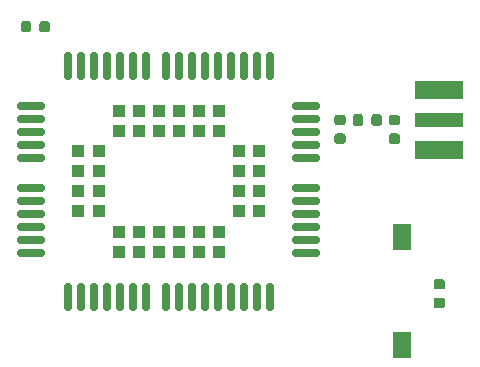
<source format=gbr>
G04 #@! TF.GenerationSoftware,KiCad,Pcbnew,5.99.0-unknown-df3fabf~86~ubuntu18.04.1*
G04 #@! TF.CreationDate,2019-10-25T19:04:55-04:00*
G04 #@! TF.ProjectId,bc95_bc35_module_board,62633935-5f62-4633-9335-5f6d6f64756c,rev?*
G04 #@! TF.SameCoordinates,Original*
G04 #@! TF.FileFunction,Paste,Top*
G04 #@! TF.FilePolarity,Positive*
%FSLAX46Y46*%
G04 Gerber Fmt 4.6, Leading zero omitted, Abs format (unit mm)*
G04 Created by KiCad (PCBNEW 5.99.0-unknown-df3fabf~86~ubuntu18.04.1) date 2019-10-25 19:04:55*
%MOMM*%
%LPD*%
G04 APERTURE LIST*
%ADD10R,1.000000X1.000000*%
%ADD11O,0.750000X2.400000*%
%ADD12O,2.400000X0.750000*%
%ADD13R,1.600000X2.180000*%
%ADD14R,4.064000X1.524000*%
%ADD15R,4.064000X1.270000*%
G04 APERTURE END LIST*
D10*
X137350000Y-102550000D03*
X137350000Y-100850000D03*
X137350000Y-99150000D03*
X139050000Y-102550000D03*
X139050000Y-100850000D03*
X139050000Y-99150000D03*
X150950000Y-102550000D03*
X150950000Y-100850000D03*
X150950000Y-99150000D03*
X152650000Y-102550000D03*
X152650000Y-100850000D03*
X152650000Y-99150000D03*
X140750000Y-105950000D03*
X142450000Y-105950000D03*
X144150000Y-105950000D03*
X145850000Y-105950000D03*
X147550000Y-105950000D03*
X140750000Y-104250000D03*
X142450000Y-104250000D03*
X144150000Y-104250000D03*
X145850000Y-104250000D03*
X147550000Y-104250000D03*
X140750000Y-95750000D03*
X142450000Y-95750000D03*
X144150000Y-95750000D03*
X145850000Y-95750000D03*
X147550000Y-95750000D03*
X140750000Y-94050000D03*
X142450000Y-94050000D03*
X144150000Y-94050000D03*
X145850000Y-94050000D03*
X147550000Y-94050000D03*
X139050000Y-97450000D03*
X137350000Y-97450000D03*
X149250000Y-104250000D03*
X149250000Y-105950000D03*
X152650000Y-97450000D03*
X150950000Y-97450000D03*
X149250000Y-94050000D03*
X149250000Y-95750000D03*
D11*
X153600000Y-109800000D03*
X152500000Y-109800000D03*
X151400000Y-109800000D03*
X150300000Y-109800000D03*
X149200000Y-109800000D03*
X148100000Y-109800000D03*
X147000000Y-109800000D03*
X145900000Y-109800000D03*
X143100000Y-109800000D03*
X142000000Y-109800000D03*
X140900000Y-109800000D03*
X139800000Y-109800000D03*
X138700000Y-109800000D03*
X137600000Y-109800000D03*
D12*
X133350000Y-100550000D03*
X133350000Y-101650000D03*
X133350000Y-102750000D03*
X133350000Y-103850000D03*
X133350000Y-104950000D03*
X156650000Y-98050000D03*
X156650000Y-96950000D03*
X156650000Y-95850000D03*
X156650000Y-94750000D03*
X156650000Y-100550000D03*
X156650000Y-101650000D03*
X156650000Y-102750000D03*
X156650000Y-103850000D03*
X156650000Y-104950000D03*
X133350000Y-98050000D03*
X133350000Y-96950000D03*
X133350000Y-95850000D03*
X133350000Y-94750000D03*
X133350000Y-106050000D03*
X156650000Y-106050000D03*
X156650000Y-93650000D03*
X133350000Y-93650000D03*
D11*
X136500000Y-109800000D03*
X144800000Y-109800000D03*
X136500000Y-90200000D03*
X137600000Y-90200000D03*
X138700000Y-90200000D03*
X139800000Y-90200000D03*
X140900000Y-90200000D03*
X142000000Y-90200000D03*
X143100000Y-90200000D03*
X144800000Y-90200000D03*
X145900000Y-90200000D03*
X147000000Y-90200000D03*
X148100000Y-90200000D03*
X149200000Y-90200000D03*
X150300000Y-90200000D03*
X151400000Y-90200000D03*
X152500000Y-90200000D03*
X153600000Y-90200000D03*
D13*
X164700000Y-104710000D03*
X164700000Y-113890000D03*
G36*
X133214962Y-86441651D02*
G01*
X133285930Y-86489070D01*
X133333349Y-86560038D01*
X133350000Y-86643750D01*
X133350000Y-87156250D01*
X133333349Y-87239962D01*
X133285930Y-87310930D01*
X133214962Y-87358349D01*
X133131250Y-87375000D01*
X132693750Y-87375000D01*
X132610038Y-87358349D01*
X132539070Y-87310930D01*
X132491651Y-87239962D01*
X132475000Y-87156250D01*
X132475000Y-86643750D01*
X132491651Y-86560038D01*
X132539070Y-86489070D01*
X132610038Y-86441651D01*
X132693750Y-86425000D01*
X133131250Y-86425000D01*
X133214962Y-86441651D01*
G37*
G36*
X134789962Y-86441651D02*
G01*
X134860930Y-86489070D01*
X134908349Y-86560038D01*
X134925000Y-86643750D01*
X134925000Y-87156250D01*
X134908349Y-87239962D01*
X134860930Y-87310930D01*
X134789962Y-87358349D01*
X134706250Y-87375000D01*
X134268750Y-87375000D01*
X134185038Y-87358349D01*
X134114070Y-87310930D01*
X134066651Y-87239962D01*
X134050000Y-87156250D01*
X134050000Y-86643750D01*
X134066651Y-86560038D01*
X134114070Y-86489070D01*
X134185038Y-86441651D01*
X134268750Y-86425000D01*
X134706250Y-86425000D01*
X134789962Y-86441651D01*
G37*
G36*
X161314962Y-94341651D02*
G01*
X161385930Y-94389070D01*
X161433349Y-94460038D01*
X161450000Y-94543750D01*
X161450000Y-95056250D01*
X161433349Y-95139962D01*
X161385930Y-95210930D01*
X161314962Y-95258349D01*
X161231250Y-95275000D01*
X160793750Y-95275000D01*
X160710038Y-95258349D01*
X160639070Y-95210930D01*
X160591651Y-95139962D01*
X160575000Y-95056250D01*
X160575000Y-94543750D01*
X160591651Y-94460038D01*
X160639070Y-94389070D01*
X160710038Y-94341651D01*
X160793750Y-94325000D01*
X161231250Y-94325000D01*
X161314962Y-94341651D01*
G37*
G36*
X162889962Y-94341651D02*
G01*
X162960930Y-94389070D01*
X163008349Y-94460038D01*
X163025000Y-94543750D01*
X163025000Y-95056250D01*
X163008349Y-95139962D01*
X162960930Y-95210930D01*
X162889962Y-95258349D01*
X162806250Y-95275000D01*
X162368750Y-95275000D01*
X162285038Y-95258349D01*
X162214070Y-95210930D01*
X162166651Y-95139962D01*
X162150000Y-95056250D01*
X162150000Y-94543750D01*
X162166651Y-94460038D01*
X162214070Y-94389070D01*
X162285038Y-94341651D01*
X162368750Y-94325000D01*
X162806250Y-94325000D01*
X162889962Y-94341651D01*
G37*
D14*
X167900000Y-97340000D03*
X167900000Y-92260000D03*
D15*
X167900000Y-94800000D03*
G36*
X164439962Y-95966651D02*
G01*
X164510930Y-96014070D01*
X164558349Y-96085038D01*
X164575000Y-96168750D01*
X164575000Y-96606250D01*
X164558349Y-96689962D01*
X164510930Y-96760930D01*
X164439962Y-96808349D01*
X164356250Y-96825000D01*
X163843750Y-96825000D01*
X163760038Y-96808349D01*
X163689070Y-96760930D01*
X163641651Y-96689962D01*
X163625000Y-96606250D01*
X163625000Y-96168750D01*
X163641651Y-96085038D01*
X163689070Y-96014070D01*
X163760038Y-95966651D01*
X163843750Y-95950000D01*
X164356250Y-95950000D01*
X164439962Y-95966651D01*
G37*
G36*
X164439962Y-94391651D02*
G01*
X164510930Y-94439070D01*
X164558349Y-94510038D01*
X164575000Y-94593750D01*
X164575000Y-95031250D01*
X164558349Y-95114962D01*
X164510930Y-95185930D01*
X164439962Y-95233349D01*
X164356250Y-95250000D01*
X163843750Y-95250000D01*
X163760038Y-95233349D01*
X163689070Y-95185930D01*
X163641651Y-95114962D01*
X163625000Y-95031250D01*
X163625000Y-94593750D01*
X163641651Y-94510038D01*
X163689070Y-94439070D01*
X163760038Y-94391651D01*
X163843750Y-94375000D01*
X164356250Y-94375000D01*
X164439962Y-94391651D01*
G37*
G36*
X159839962Y-95954151D02*
G01*
X159910930Y-96001570D01*
X159958349Y-96072538D01*
X159975000Y-96156250D01*
X159975000Y-96593750D01*
X159958349Y-96677462D01*
X159910930Y-96748430D01*
X159839962Y-96795849D01*
X159756250Y-96812500D01*
X159243750Y-96812500D01*
X159160038Y-96795849D01*
X159089070Y-96748430D01*
X159041651Y-96677462D01*
X159025000Y-96593750D01*
X159025000Y-96156250D01*
X159041651Y-96072538D01*
X159089070Y-96001570D01*
X159160038Y-95954151D01*
X159243750Y-95937500D01*
X159756250Y-95937500D01*
X159839962Y-95954151D01*
G37*
G36*
X159839962Y-94379151D02*
G01*
X159910930Y-94426570D01*
X159958349Y-94497538D01*
X159975000Y-94581250D01*
X159975000Y-95018750D01*
X159958349Y-95102462D01*
X159910930Y-95173430D01*
X159839962Y-95220849D01*
X159756250Y-95237500D01*
X159243750Y-95237500D01*
X159160038Y-95220849D01*
X159089070Y-95173430D01*
X159041651Y-95102462D01*
X159025000Y-95018750D01*
X159025000Y-94581250D01*
X159041651Y-94497538D01*
X159089070Y-94426570D01*
X159160038Y-94379151D01*
X159243750Y-94362500D01*
X159756250Y-94362500D01*
X159839962Y-94379151D01*
G37*
G36*
X168239962Y-109866651D02*
G01*
X168310930Y-109914070D01*
X168358349Y-109985038D01*
X168375000Y-110068750D01*
X168375000Y-110506250D01*
X168358349Y-110589962D01*
X168310930Y-110660930D01*
X168239962Y-110708349D01*
X168156250Y-110725000D01*
X167643750Y-110725000D01*
X167560038Y-110708349D01*
X167489070Y-110660930D01*
X167441651Y-110589962D01*
X167425000Y-110506250D01*
X167425000Y-110068750D01*
X167441651Y-109985038D01*
X167489070Y-109914070D01*
X167560038Y-109866651D01*
X167643750Y-109850000D01*
X168156250Y-109850000D01*
X168239962Y-109866651D01*
G37*
G36*
X168239962Y-108291651D02*
G01*
X168310930Y-108339070D01*
X168358349Y-108410038D01*
X168375000Y-108493750D01*
X168375000Y-108931250D01*
X168358349Y-109014962D01*
X168310930Y-109085930D01*
X168239962Y-109133349D01*
X168156250Y-109150000D01*
X167643750Y-109150000D01*
X167560038Y-109133349D01*
X167489070Y-109085930D01*
X167441651Y-109014962D01*
X167425000Y-108931250D01*
X167425000Y-108493750D01*
X167441651Y-108410038D01*
X167489070Y-108339070D01*
X167560038Y-108291651D01*
X167643750Y-108275000D01*
X168156250Y-108275000D01*
X168239962Y-108291651D01*
G37*
M02*

</source>
